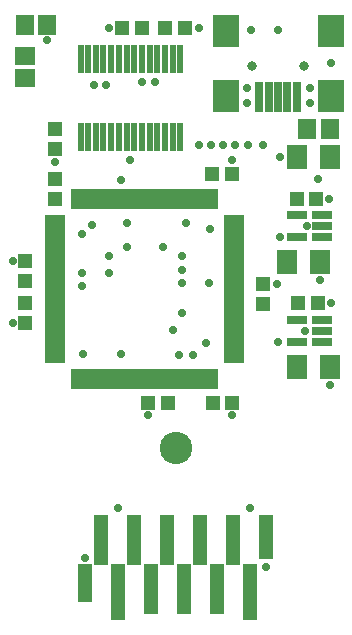
<source format=gts>
%FSLAX23Y23*%
%MOIN*%
G70*
G01*
G75*
%ADD10C,0.008*%
%ADD11R,0.043X0.039*%
%ADD12R,0.039X0.043*%
%ADD13R,0.039X0.043*%
%ADD14R,0.063X0.071*%
%ADD15R,0.063X0.071*%
%ADD16R,0.016X0.085*%
%ADD17R,0.051X0.059*%
%ADD18R,0.051X0.059*%
%ADD19R,0.057X0.022*%
%ADD20R,0.057X0.022*%
%ADD21R,0.020X0.091*%
%ADD22R,0.012X0.063*%
%ADD23R,0.063X0.012*%
%ADD24R,0.059X0.051*%
%ADD25R,0.016X0.085*%
%ADD26R,0.043X0.142*%
%ADD27R,0.043X0.177*%
%ADD28R,0.043X0.157*%
%ADD29R,0.043X0.118*%
%ADD30R,0.012X0.063*%
%ADD31R,0.063X0.012*%
%ADD32R,0.043X0.039*%
%ADD33R,0.079X0.098*%
%ADD34R,0.020X0.091*%
%ADD35C,0.014*%
%ADD36C,0.010*%
%ADD37C,0.020*%
%ADD38C,0.012*%
%ADD39C,0.020*%
%ADD40C,0.011*%
%ADD41C,0.100*%
%ADD42C,0.024*%
%ADD43C,0.020*%
%ADD44C,0.059*%
%ADD45C,0.010*%
%ADD46C,0.008*%
%ADD47C,0.007*%
%ADD48R,0.051X0.047*%
%ADD49R,0.047X0.051*%
%ADD50R,0.047X0.051*%
%ADD51R,0.071X0.079*%
%ADD52R,0.071X0.079*%
%ADD53R,0.024X0.093*%
%ADD54R,0.059X0.067*%
%ADD55R,0.059X0.067*%
%ADD56R,0.065X0.030*%
%ADD57R,0.065X0.030*%
%ADD58R,0.028X0.099*%
%ADD59R,0.020X0.071*%
%ADD60R,0.071X0.020*%
%ADD61R,0.067X0.059*%
%ADD62R,0.024X0.093*%
%ADD63R,0.051X0.150*%
%ADD64R,0.051X0.185*%
%ADD65R,0.051X0.165*%
%ADD66R,0.051X0.126*%
%ADD67R,0.020X0.071*%
%ADD68R,0.071X0.020*%
%ADD69R,0.051X0.047*%
%ADD70R,0.087X0.106*%
%ADD71R,0.028X0.099*%
%ADD72C,0.108*%
%ADD73C,0.032*%
%ADD74C,0.028*%
D48*
X2770Y4505D02*
D03*
X2704D02*
D03*
X2987Y4420D02*
D03*
X3053D02*
D03*
X3058Y4075D02*
D03*
X2992D02*
D03*
X2471Y4990D02*
D03*
X2405D02*
D03*
X2549D02*
D03*
X2615D02*
D03*
X2707Y3740D02*
D03*
X2559D02*
D03*
D49*
X2875Y4138D02*
D03*
X2080Y4213D02*
D03*
Y4007D02*
D03*
D50*
X2875Y4072D02*
D03*
X2080Y4147D02*
D03*
X2180Y4653D02*
D03*
Y4587D02*
D03*
X2080Y4073D02*
D03*
X2180Y4486D02*
D03*
Y4420D02*
D03*
D51*
X2988Y3860D02*
D03*
X2955Y4210D02*
D03*
X3065D02*
D03*
D52*
X3098Y3860D02*
D03*
X2987Y4560D02*
D03*
X3097D02*
D03*
D53*
X2471Y4886D02*
D03*
X2292Y4628D02*
D03*
X2318D02*
D03*
X2343D02*
D03*
X2369D02*
D03*
X2395D02*
D03*
X2420D02*
D03*
X2446D02*
D03*
X2471D02*
D03*
X2497D02*
D03*
X2523D02*
D03*
X2548D02*
D03*
X2574D02*
D03*
X2599D02*
D03*
X2267Y4886D02*
D03*
X2292D02*
D03*
X2318D02*
D03*
X2343D02*
D03*
X2369D02*
D03*
X2395D02*
D03*
X2420D02*
D03*
X2446D02*
D03*
X2497D02*
D03*
X2523D02*
D03*
X2548D02*
D03*
X2574D02*
D03*
X2599D02*
D03*
D54*
X3097Y4655D02*
D03*
D55*
X3023D02*
D03*
X2080Y5000D02*
D03*
X2154D02*
D03*
D56*
X2988Y3943D02*
D03*
Y4017D02*
D03*
X3072D02*
D03*
Y3980D02*
D03*
X2988Y4293D02*
D03*
Y4367D02*
D03*
X3072D02*
D03*
Y4330D02*
D03*
D57*
X3072Y3943D02*
D03*
Y4293D02*
D03*
D58*
X2988Y4761D02*
D03*
D59*
X2657Y4419D02*
D03*
X2263Y3821D02*
D03*
X2283D02*
D03*
X2303D02*
D03*
X2323D02*
D03*
X2342D02*
D03*
X2362D02*
D03*
X2382D02*
D03*
X2421D02*
D03*
X2480D02*
D03*
X2519D02*
D03*
X2539D02*
D03*
X2559D02*
D03*
X2578D02*
D03*
X2598D02*
D03*
X2618D02*
D03*
X2637D02*
D03*
X2657D02*
D03*
X2677D02*
D03*
X2697D02*
D03*
X2716D02*
D03*
X2263Y4419D02*
D03*
X2283D02*
D03*
X2303D02*
D03*
X2323D02*
D03*
X2342D02*
D03*
X2362D02*
D03*
X2421D02*
D03*
X2441D02*
D03*
X2460D02*
D03*
X2480D02*
D03*
X2500D02*
D03*
X2519D02*
D03*
X2539D02*
D03*
X2559D02*
D03*
X2578D02*
D03*
X2598D02*
D03*
X2637D02*
D03*
X2677D02*
D03*
X2441Y3821D02*
D03*
D60*
X2779Y4337D02*
D03*
Y4317D02*
D03*
Y4297D02*
D03*
X2181D02*
D03*
X2779Y3884D02*
D03*
Y3903D02*
D03*
Y3923D02*
D03*
Y3943D02*
D03*
Y3963D02*
D03*
Y3982D02*
D03*
Y4002D02*
D03*
Y4022D02*
D03*
Y4041D02*
D03*
Y4061D02*
D03*
Y4081D02*
D03*
Y4100D02*
D03*
Y4159D02*
D03*
Y4179D02*
D03*
Y4199D02*
D03*
Y4218D02*
D03*
Y4238D02*
D03*
Y4258D02*
D03*
Y4277D02*
D03*
Y4356D02*
D03*
X2181Y3884D02*
D03*
Y3903D02*
D03*
Y3923D02*
D03*
Y3943D02*
D03*
Y3963D02*
D03*
Y3982D02*
D03*
Y4002D02*
D03*
Y4022D02*
D03*
Y4041D02*
D03*
Y4061D02*
D03*
Y4081D02*
D03*
Y4100D02*
D03*
Y4120D02*
D03*
X2181Y4140D02*
D03*
X2181Y4179D02*
D03*
Y4199D02*
D03*
Y4218D02*
D03*
Y4238D02*
D03*
Y4258D02*
D03*
Y4277D02*
D03*
Y4317D02*
D03*
Y4337D02*
D03*
Y4356D02*
D03*
D61*
X2080Y4897D02*
D03*
Y4823D02*
D03*
D62*
X2267Y4628D02*
D03*
D63*
X2886Y3293D02*
D03*
D64*
X2831Y3110D02*
D03*
X2390Y3112D02*
D03*
D65*
X2721Y3120D02*
D03*
X2666Y3285D02*
D03*
X2611Y3120D02*
D03*
X2556Y3285D02*
D03*
X2445D02*
D03*
X2335D02*
D03*
X2500Y3120D02*
D03*
X2776Y3285D02*
D03*
D66*
X2280Y3142D02*
D03*
D67*
X2244Y3821D02*
D03*
X2401D02*
D03*
X2460D02*
D03*
X2500D02*
D03*
X2244Y4419D02*
D03*
X2382D02*
D03*
X2401D02*
D03*
X2618D02*
D03*
X2697D02*
D03*
X2716D02*
D03*
D68*
X2779Y4120D02*
D03*
Y4140D02*
D03*
X2181Y4159D02*
D03*
D69*
X2773Y3740D02*
D03*
X2493D02*
D03*
D70*
X2750Y4765D02*
D03*
X3100D02*
D03*
Y4981D02*
D03*
X2750D02*
D03*
D71*
X2862Y4761D02*
D03*
X2894D02*
D03*
X2925D02*
D03*
X2956D02*
D03*
D72*
X2585Y3590D02*
D03*
D73*
X3012Y4863D02*
D03*
X2838D02*
D03*
D74*
X2605Y4185D02*
D03*
X2275Y3905D02*
D03*
X2401D02*
D03*
X2605Y4040D02*
D03*
X2575Y3985D02*
D03*
X2640Y3900D02*
D03*
X2595D02*
D03*
X2360Y4175D02*
D03*
Y4230D02*
D03*
X2618Y4339D02*
D03*
X2540Y4260D02*
D03*
X2697Y4320D02*
D03*
X2421Y4260D02*
D03*
X2605Y4140D02*
D03*
X2770Y4550D02*
D03*
X2695Y4140D02*
D03*
X2920Y4138D02*
D03*
X2421Y4339D02*
D03*
X2305Y4335D02*
D03*
X2270Y4305D02*
D03*
Y4175D02*
D03*
Y4130D02*
D03*
X3098Y3802D02*
D03*
X2925Y3943D02*
D03*
X2685Y3940D02*
D03*
X2605Y4230D02*
D03*
X2930Y4293D02*
D03*
Y4560D02*
D03*
X3015Y3980D02*
D03*
X3100Y4075D02*
D03*
X3020Y4330D02*
D03*
X3095Y4420D02*
D03*
X2471Y4811D02*
D03*
X3065Y4150D02*
D03*
X2180Y4545D02*
D03*
X2430Y4550D02*
D03*
X2493Y3700D02*
D03*
X2773D02*
D03*
X2040Y4213D02*
D03*
Y4007D02*
D03*
X2401Y4485D02*
D03*
X2280Y3225D02*
D03*
X2886Y3195D02*
D03*
X2831Y3389D02*
D03*
X2390D02*
D03*
X2360Y4990D02*
D03*
X2660D02*
D03*
X2820Y4740D02*
D03*
Y4790D02*
D03*
X3030D02*
D03*
Y4740D02*
D03*
X2835Y4985D02*
D03*
X3100Y4875D02*
D03*
X2925Y4985D02*
D03*
X2350Y4800D02*
D03*
X2310D02*
D03*
X2515Y4810D02*
D03*
X3058Y4488D02*
D03*
X2660Y4600D02*
D03*
X2700D02*
D03*
X2740D02*
D03*
X2780D02*
D03*
X2825D02*
D03*
X2875D02*
D03*
X2155Y4950D02*
D03*
M02*

</source>
